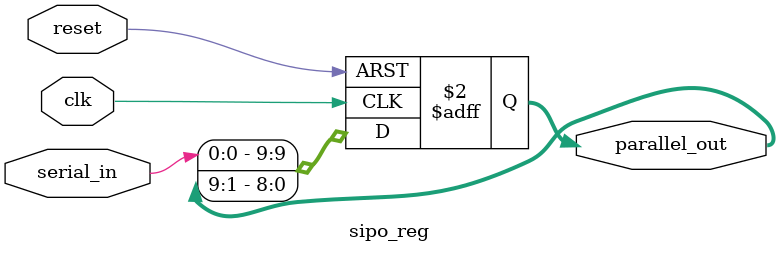
<source format=v>
module sipo_reg (
    input wire clk,
    input wire reset,
    input wire serial_in,
    output reg [9:0] parallel_out
);

    // O SIPO deve capturar os bits serialmente.
    // Como saber quando a palavra de 10 bits está pronta? 
    // O módulo de RX (Top Level) vai controlar quando ler a saída.
    // Este módulo apenas shifta continuamente.

    always @(posedge clk or posedge reset) begin
        if (reset) begin
            parallel_out <= 10'b0;
        end else begin
            // Deslocamento para direita para casar com o PISO LSB First:
            // O bit que entra (serial_in) deve entrar na posição mais significativa (MSB)
            // para que após 10 clocks, o primeiro bit (LSB) esteja na posição 0.
            // Ex: Clock 1: entra B0 -> reg[9] = B0
            // ...
            // Clock 10: entra B9 -> reg[9]=B9, ..., reg[0]=B0.
            parallel_out <= {serial_in, parallel_out[9:1]};
        end
    end

endmodule

</source>
